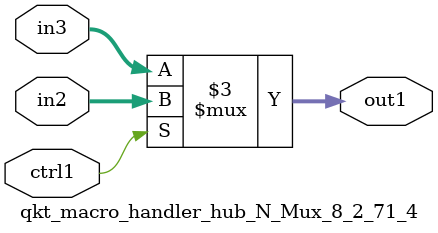
<source format=v>

`timescale 1ps / 1ps


module qkt_macro_handler_hub_N_Mux_8_2_71_4( in3, in2, ctrl1, out1 );

    input [7:0] in3;
    input [7:0] in2;
    input ctrl1;
    output [7:0] out1;
    reg [7:0] out1;

    
    // rtl_process:qkt_macro_handler_hub_N_Mux_8_2_71_4/qkt_macro_handler_hub_N_Mux_8_2_71_4_thread_1
    always @*
      begin : qkt_macro_handler_hub_N_Mux_8_2_71_4_thread_1
        case (ctrl1) 
          1'b1: 
            begin
              out1 = in2;
            end
          default: 
            begin
              out1 = in3;
            end
        endcase
      end

endmodule



</source>
